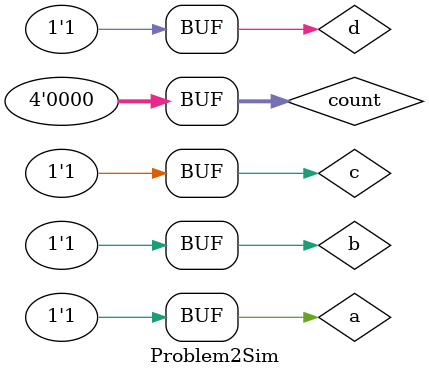
<source format=v>
`timescale 1ns / 1ps


module Problem2Sim();

    reg a;
    reg b;
    reg c;
    reg d;
    
    wire buy;
    
    reg [3:0] count;
    
    Problem2Mod UUT(
        .a(a),
        .b(b),
        .c(c),
        .d(d),
        .buy(buy)
    );
    initial begin
        
        for(count=0;count<=5'b01111;count=count+1)
        begin
            a=count[3];
            b=count[2];
            c=count[1];
            d=count[0];
            #10;
        end
    end

endmodule

</source>
